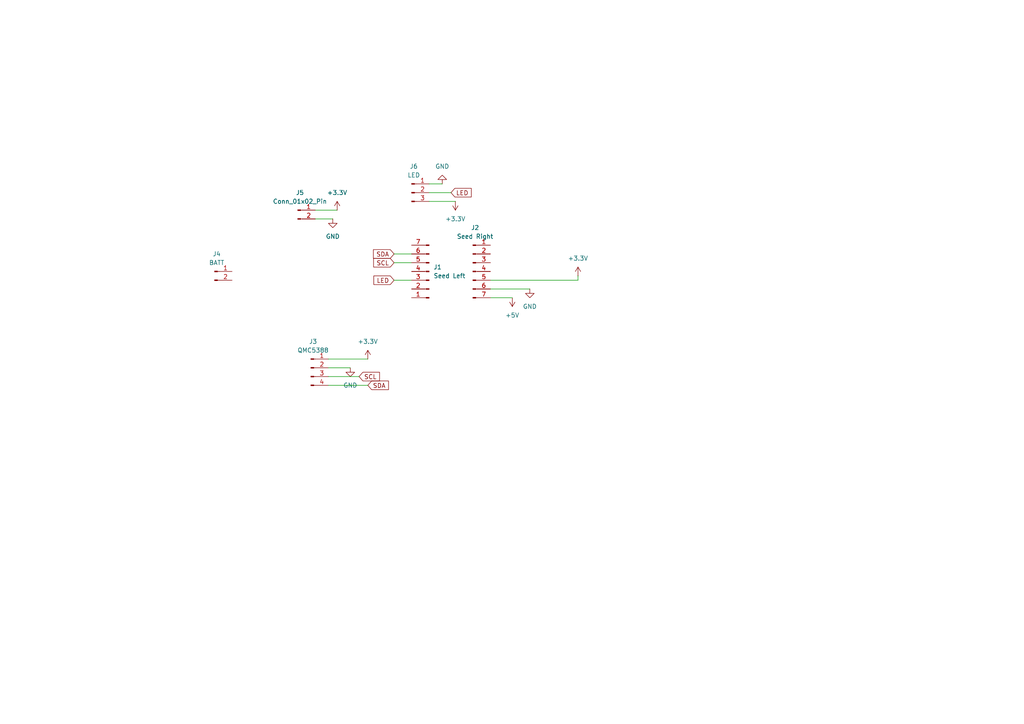
<source format=kicad_sch>
(kicad_sch (version 20250114) (generator "eeschema") (generator_version "9.0")
  (paper "A4")
  (lib_symbols
    (symbol "Connector:Conn_01x02_Pin" (pin_names (offset 1.016) (hide yes))
      (property "Reference" "J" (at 0 2.54 0))
      (property "Value" "Conn_01x02_Pin" (at 0 -5.08 0))
      (symbol "Conn_01x02_Pin_1_1"
        (rectangle (start 0.8636 0.127) (end 0 -0.127) (stroke (width 0.1524)) (fill (type outline)))
        (rectangle (start 0.8636 -2.413) (end 0 -2.667) (stroke (width 0.1524)) (fill (type outline)))
        (polyline (pts (xy 1.27 0) (xy 0.8636 0)) (stroke (width 0.1524)))
        (polyline (pts (xy 1.27 -2.54) (xy 0.8636 -2.54)) (stroke (width 0.1524)))
        (pin passive line (at 5.08 0 180) (length 3.81) (name "Pin_1") (number "1"))
        (pin passive line (at 5.08 -2.54 180) (length 3.81) (name "Pin_2") (number "2"))
      )
    )
    (symbol "Connector:Conn_01x03_Pin" (pin_names (offset 1.016) (hide yes))
      (property "Reference" "J" (at 0 5.08 0))
      (property "Value" "Conn_01x03_Pin" (at 0 -5.08 0))
      (symbol "Conn_01x03_Pin_1_1"
        (rectangle (start 0.8636 2.667) (end 0 2.413) (stroke (width 0.1524)) (fill (type outline)))
        (rectangle (start 0.8636 0.127) (end 0 -0.127) (stroke (width 0.1524)) (fill (type outline)))
        (rectangle (start 0.8636 -2.413) (end 0 -2.667) (stroke (width 0.1524)) (fill (type outline)))
        (polyline (pts (xy 1.27 2.54) (xy 0.8636 2.54)) (stroke (width 0.1524)))
        (polyline (pts (xy 1.27 0) (xy 0.8636 0)) (stroke (width 0.1524)))
        (polyline (pts (xy 1.27 -2.54) (xy 0.8636 -2.54)) (stroke (width 0.1524)))
        (pin passive line (at 5.08 2.54 180) (length 3.81) (name "Pin_1") (number "1"))
        (pin passive line (at 5.08 0 180) (length 3.81) (name "Pin_2") (number "2"))
        (pin passive line (at 5.08 -2.54 180) (length 3.81) (name "Pin_3") (number "3"))
      )
    )
    (symbol "Connector:Conn_01x04_Pin" (pin_names (offset 1.016) (hide yes))
      (property "Reference" "J" (at 0 5.08 0))
      (property "Value" "Conn_01x04_Pin" (at 0 -7.62 0))
      (symbol "Conn_01x04_Pin_1_1"
        (rectangle (start 0.8636 2.667) (end 0 2.413) (stroke (width 0.1524)) (fill (type outline)))
        (rectangle (start 0.8636 0.127) (end 0 -0.127) (stroke (width 0.1524)) (fill (type outline)))
        (rectangle (start 0.8636 -2.413) (end 0 -2.667) (stroke (width 0.1524)) (fill (type outline)))
        (rectangle (start 0.8636 -4.953) (end 0 -5.207) (stroke (width 0.1524)) (fill (type outline)))
        (polyline (pts (xy 1.27 2.54) (xy 0.8636 2.54)) (stroke (width 0.1524)))
        (polyline (pts (xy 1.27 0) (xy 0.8636 0)) (stroke (width 0.1524)))
        (polyline (pts (xy 1.27 -2.54) (xy 0.8636 -2.54)) (stroke (width 0.1524)))
        (polyline (pts (xy 1.27 -5.08) (xy 0.8636 -5.08)) (stroke (width 0.1524)))
        (pin passive line (at 5.08 2.54 180) (length 3.81) (name "Pin_1") (number "1"))
        (pin passive line (at 5.08 0 180) (length 3.81) (name "Pin_2") (number "2"))
        (pin passive line (at 5.08 -2.54 180) (length 3.81) (name "Pin_3") (number "3"))
        (pin passive line (at 5.08 -5.08 180) (length 3.81) (name "Pin_4") (number "4"))
      )
    )
    (symbol "Connector:Conn_01x07_Pin" (pin_names (offset 1.016) (hide yes))
      (property "Reference" "J" (at 0 10.16 0))
      (property "Value" "Conn_01x07_Pin" (at 0 -10.16 0))
      (symbol "Conn_01x07_Pin_1_1"
        (rectangle (start 0.8636 7.747) (end 0 7.493) (stroke (width 0.1524)) (fill (type outline)))
        (rectangle (start 0.8636 5.207) (end 0 4.953) (stroke (width 0.1524)) (fill (type outline)))
        (rectangle (start 0.8636 2.667) (end 0 2.413) (stroke (width 0.1524)) (fill (type outline)))
        (rectangle (start 0.8636 0.127) (end 0 -0.127) (stroke (width 0.1524)) (fill (type outline)))
        (rectangle (start 0.8636 -2.413) (end 0 -2.667) (stroke (width 0.1524)) (fill (type outline)))
        (rectangle (start 0.8636 -4.953) (end 0 -5.207) (stroke (width 0.1524)) (fill (type outline)))
        (rectangle (start 0.8636 -7.493) (end 0 -7.747) (stroke (width 0.1524)) (fill (type outline)))
        (polyline (pts (xy 1.27 7.62) (xy 0.8636 7.62)) (stroke (width 0.1524)))
        (polyline (pts (xy 1.27 5.08) (xy 0.8636 5.08)) (stroke (width 0.1524)))
        (polyline (pts (xy 1.27 2.54) (xy 0.8636 2.54)) (stroke (width 0.1524)))
        (polyline (pts (xy 1.27 0) (xy 0.8636 0)) (stroke (width 0.1524)))
        (polyline (pts (xy 1.27 -2.54) (xy 0.8636 -2.54)) (stroke (width 0.1524)))
        (polyline (pts (xy 1.27 -5.08) (xy 0.8636 -5.08)) (stroke (width 0.1524)))
        (polyline (pts (xy 1.27 -7.62) (xy 0.8636 -7.62)) (stroke (width 0.1524)))
        (pin passive line (at 5.08 7.62 180) (length 3.81) (name "Pin_1") (number "1"))
        (pin passive line (at 5.08 5.08 180) (length 3.81) (name "Pin_2") (number "2"))
        (pin passive line (at 5.08 2.54 180) (length 3.81) (name "Pin_3") (number "3"))
        (pin passive line (at 5.08 0 180) (length 3.81) (name "Pin_4") (number "4"))
        (pin passive line (at 5.08 -2.54 180) (length 3.81) (name "Pin_5") (number "5"))
        (pin passive line (at 5.08 -5.08 180) (length 3.81) (name "Pin_6") (number "6"))
        (pin passive line (at 5.08 -7.62 180) (length 3.81) (name "Pin_7") (number "7"))
      )
    )
    (symbol "power:+3.3V" (power) (pin_numbers (hide yes)) (pin_names (offset 0) (hide yes))
      (property "Value" "+3.3V" (at 0 3.556 0))
      (symbol "+3.3V_0_1"
        (polyline (pts (xy -0.762 1.27) (xy 0 2.54)))
        (polyline (pts (xy 0 2.54) (xy 0.762 1.27)))
        (polyline (pts (xy 0 0) (xy 0 2.54)))
      )
      (symbol "+3.3V_1_1"
        (pin power_in line (at 0 0 90) (length 0) (name "~") (number "1"))
      )
    )
    (symbol "power:+5V" (power) (pin_numbers (hide yes)) (pin_names (offset 0) (hide yes))
      (property "Value" "+5V" (at 0 3.556 0))
      (symbol "+5V_0_1"
        (polyline (pts (xy -0.762 1.27) (xy 0 2.54)))
        (polyline (pts (xy 0 2.54) (xy 0.762 1.27)))
        (polyline (pts (xy 0 0) (xy 0 2.54)))
      )
      (symbol "+5V_1_1"
        (pin power_in line (at 0 0 90) (length 0) (name "~") (number "1"))
      )
    )
    (symbol "power:GND" (power) (pin_numbers (hide yes)) (pin_names (offset 0) (hide yes))
      (property "Value" "GND" (at 0 -3.81 0))
      (symbol "GND_0_1"
        (polyline (pts (xy 0 0) (xy 0 -1.27) (xy 1.27 -1.27) (xy 0 -2.54) (xy -1.27 -1.27) (xy 0 -1.27)))
      )
      (symbol "GND_1_1"
        (pin power_in line (at 0 0 270) (length 0) (name "~") (number "1"))
      )
    )
  )
  (wire (pts (xy 91.44 63.5) (xy 96.52 63.5)))
  (wire (pts (xy 95.25 106.68) (xy 101.6 106.68)))
  (wire (pts (xy 95.25 104.14) (xy 106.68 104.14)))
  (wire (pts (xy 95.25 111.76) (xy 106.68 111.76)))
  (wire (pts (xy 114.3 81.28) (xy 119.38 81.28)))
  (wire (pts (xy 142.24 83.82) (xy 153.67 83.82)))
  (wire (pts (xy 142.24 86.36) (xy 148.59 86.36)))
  (wire (pts (xy 91.44 60.96) (xy 97.79 60.96)))
  (wire (pts (xy 124.46 53.34) (xy 128.27 53.34)))
  (wire (pts (xy 114.3 76.2) (xy 119.38 76.2)))
  (wire (pts (xy 167.64 81.28) (xy 167.64 80.01)))
  (wire (pts (xy 124.46 55.88) (xy 130.81 55.88)))
  (wire (pts (xy 95.25 109.22) (xy 104.14 109.22)))
  (wire (pts (xy 124.46 58.42) (xy 132.08 58.42)))
  (wire (pts (xy 142.24 81.28) (xy 167.64 81.28)))
  (wire (pts (xy 114.3 73.66) (xy 119.38 73.66)))
  (global_label "SDA" (shape input) (at 114.3 73.66 180) (property "Intersheetrefs" "${INTERSHEET_REFS}" (effects (hide yes))))
  (global_label "SCL" (shape input) (at 114.3 76.2 180) (property "Intersheetrefs" "${INTERSHEET_REFS}" (effects (hide yes))))
  (global_label "SDA" (shape input) (at 106.68 111.76 0) (property "Intersheetrefs" "${INTERSHEET_REFS}" (effects (hide yes))))
  (global_label "LED" (shape input) (at 114.3 81.28 180) (property "Intersheetrefs" "${INTERSHEET_REFS}" (effects (hide yes))))
  (global_label "SCL" (shape input) (at 104.14 109.22 0) (property "Intersheetrefs" "${INTERSHEET_REFS}" (effects (hide yes))))
  (global_label "LED" (shape input) (at 130.81 55.88 0) (property "Intersheetrefs" "${INTERSHEET_REFS}" (effects (hide yes))))
  (symbol (lib_id "Connector:Conn_01x07_Pin") (at 124.46 78.74 180) (unit 1)
    (property "Reference" "J1" (at 125.73 77.4699 0) (effects (justify right)))
    (property "Value" "Seed Left" (at 125.73 80.0099 0) (effects (justify right)))
    (property "Footprint" "Connector_PinHeader_2.54mm:PinHeader_1x07_P2.54mm_Horizontal" (effects (hide yes)))
    (property "Description" "Generic connector, single row, 01x07, script generated" (effects (hide yes)))
  )
  (symbol (lib_id "power:GND") (at 153.67 83.82 0) (unit 1)
    (property "Reference" "#PWR02" (effects (hide yes)))
    (property "Value" "GND" (at 153.67 88.9 0))
    (property "Description" "Power symbol creates a global label with name \"GND\" , ground" (effects (hide yes)))
  )
  (symbol (lib_id "power:GND") (at 96.52 63.5 0) (unit 1)
    (property "Reference" "#PWR06" (effects (hide yes)))
    (property "Value" "GND" (at 96.52 68.58 0))
    (property "Description" "Power symbol creates a global label with name \"GND\" , ground" (effects (hide yes)))
  )
  (symbol (lib_id "power:+3.3V") (at 167.64 80.01 0) (unit 1)
    (property "Reference" "#PWR01" (effects (hide yes)))
    (property "Value" "+3.3V" (at 167.64 74.93 0))
    (property "Description" "Power symbol creates a global label with name \"+3.3V\"" (effects (hide yes)))
  )
  (symbol (lib_id "Connector:Conn_01x03_Pin") (at 119.38 55.88 0) (unit 1)
    (property "Reference" "J6" (at 120.015 48.26 0))
    (property "Value" "LED" (at 120.015 50.8 0))
    (property "Footprint" "Connector_PinHeader_2.54mm:PinHeader_1x03_P2.54mm_Horizontal" (effects (hide yes)))
    (property "Description" "Generic connector, single row, 01x03, script generated" (effects (hide yes)))
  )
  (symbol (lib_id "power:+3.3V") (at 106.68 104.14 0) (unit 1)
    (property "Reference" "#PWR04" (effects (hide yes)))
    (property "Value" "+3.3V" (at 106.68 99.06 0))
    (property "Description" "Power symbol creates a global label with name \"+3.3V\"" (effects (hide yes)))
  )
  (symbol (lib_id "power:+3.3V") (at 132.08 58.42 180) (unit 1)
    (property "Reference" "#PWR08" (effects (hide yes)))
    (property "Value" "+3.3V" (at 132.08 63.5 0))
    (property "Description" "Power symbol creates a global label with name \"+3.3V\"" (effects (hide yes)))
  )
  (symbol (lib_id "Connector:Conn_01x02_Pin") (at 86.36 60.96 0) (unit 1)
    (property "Reference" "J5" (at 86.995 55.88 0))
    (property "Value" "Conn_01x02_Pin" (at 86.995 58.42 0))
    (property "Footprint" "Connector_PinHeader_2.54mm:PinHeader_1x02_P2.54mm_Vertical" (effects (hide yes)))
    (property "Description" "Generic connector, single row, 01x02, script generated" (effects (hide yes)))
  )
  (symbol (lib_id "power:GND") (at 101.6 106.68 0) (unit 1)
    (property "Reference" "#PWR05" (effects (hide yes)))
    (property "Value" "GND" (at 101.6 111.76 0))
    (property "Description" "Power symbol creates a global label with name \"GND\" , ground" (effects (hide yes)))
  )
  (symbol (lib_id "power:+3.3V") (at 97.79 60.96 0) (unit 1)
    (property "Reference" "#PWR07" (effects (hide yes)))
    (property "Value" "+3.3V" (at 97.79 55.88 0))
    (property "Description" "Power symbol creates a global label with name \"+3.3V\"" (effects (hide yes)))
  )
  (symbol (lib_id "Connector:Conn_01x04_Pin") (at 90.17 106.68 0) (unit 1)
    (property "Reference" "J3" (at 90.805 99.06 0))
    (property "Value" "QMC5388" (at 90.805 101.6 0))
    (property "Footprint" "Connector_PinHeader_2.54mm:PinHeader_1x04_P2.54mm_Vertical" (effects (hide yes)))
    (property "Description" "Generic connector, single row, 01x04, script generated" (effects (hide yes)))
  )
  (symbol (lib_id "power:GND") (at 128.27 53.34 180) (unit 1)
    (property "Reference" "#PWR09" (effects (hide yes)))
    (property "Value" "GND" (at 128.27 48.26 0))
    (property "Description" "Power symbol creates a global label with name \"GND\" , ground" (effects (hide yes)))
  )
  (symbol (lib_id "power:+5V") (at 148.59 86.36 180) (unit 1)
    (property "Reference" "#PWR03" (effects (hide yes)))
    (property "Value" "+5V" (at 148.59 91.44 0))
    (property "Description" "Power symbol creates a global label with name \"+5V\"" (effects (hide yes)))
  )
  (symbol (lib_id "Connector:Conn_01x02_Pin") (at 62.23 78.74 0) (unit 1)
    (property "Reference" "J4" (at 62.865 73.66 0))
    (property "Value" "BATT" (at 62.865 76.2 0))
    (property "Footprint" "Connector_JST:JST_PH_S2B-PH-K_1x02_P2.00mm_Horizontal" (effects (hide yes)))
    (property "Description" "Generic connector, single row, 01x02, script generated" (effects (hide yes)))
  )
  (symbol (lib_id "Connector:Conn_01x07_Pin") (at 137.16 78.74 0) (unit 1)
    (property "Reference" "J2" (at 137.795 66.04 0))
    (property "Value" "Seed Right" (at 137.795 68.58 0))
    (property "Footprint" "Connector_PinHeader_2.54mm:PinHeader_1x07_P2.54mm_Horizontal" (effects (hide yes)))
    (property "Description" "Generic connector, single row, 01x07, script generated" (effects (hide yes)))
  )
)
</source>
